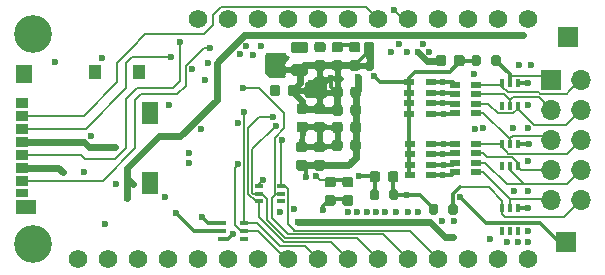
<source format=gbl>
G04 #@! TF.GenerationSoftware,KiCad,Pcbnew,(5.1.9)-1*
G04 #@! TF.CreationDate,2021-04-27T18:11:47+02:00*
G04 #@! TF.ProjectId,ADS1299Wing,41445331-3239-4395-9769-6e672e6b6963,rev?*
G04 #@! TF.SameCoordinates,Original*
G04 #@! TF.FileFunction,Copper,L4,Bot*
G04 #@! TF.FilePolarity,Positive*
%FSLAX46Y46*%
G04 Gerber Fmt 4.6, Leading zero omitted, Abs format (unit mm)*
G04 Created by KiCad (PCBNEW (5.1.9)-1) date 2021-04-27 18:11:47*
%MOMM*%
%LPD*%
G01*
G04 APERTURE LIST*
G04 #@! TA.AperFunction,SMDPad,CuDef*
%ADD10R,1.350000X1.550000*%
G04 #@! TD*
G04 #@! TA.AperFunction,SMDPad,CuDef*
%ADD11R,1.000000X1.200000*%
G04 #@! TD*
G04 #@! TA.AperFunction,SMDPad,CuDef*
%ADD12R,1.350000X1.900000*%
G04 #@! TD*
G04 #@! TA.AperFunction,SMDPad,CuDef*
%ADD13R,1.800000X1.170000*%
G04 #@! TD*
G04 #@! TA.AperFunction,SMDPad,CuDef*
%ADD14R,1.100000X0.750000*%
G04 #@! TD*
G04 #@! TA.AperFunction,SMDPad,CuDef*
%ADD15R,1.100000X0.850000*%
G04 #@! TD*
G04 #@! TA.AperFunction,ComponentPad*
%ADD16R,1.700000X1.700000*%
G04 #@! TD*
G04 #@! TA.AperFunction,ComponentPad*
%ADD17O,1.700000X1.700000*%
G04 #@! TD*
G04 #@! TA.AperFunction,SMDPad,CuDef*
%ADD18R,0.888000X0.509600*%
G04 #@! TD*
G04 #@! TA.AperFunction,SMDPad,CuDef*
%ADD19R,0.400000X0.650000*%
G04 #@! TD*
G04 #@! TA.AperFunction,SMDPad,CuDef*
%ADD20R,0.970000X0.530000*%
G04 #@! TD*
G04 #@! TA.AperFunction,SMDPad,CuDef*
%ADD21R,0.650000X0.400000*%
G04 #@! TD*
G04 #@! TA.AperFunction,ComponentPad*
%ADD22C,3.200000*%
G04 #@! TD*
G04 #@! TA.AperFunction,ComponentPad*
%ADD23C,1.574800*%
G04 #@! TD*
G04 #@! TA.AperFunction,ViaPad*
%ADD24C,0.600000*%
G04 #@! TD*
G04 #@! TA.AperFunction,Conductor*
%ADD25C,0.600000*%
G04 #@! TD*
G04 #@! TA.AperFunction,Conductor*
%ADD26C,0.300000*%
G04 #@! TD*
G04 #@! TA.AperFunction,Conductor*
%ADD27C,0.152400*%
G04 #@! TD*
G04 #@! TA.AperFunction,Conductor*
%ADD28C,0.150000*%
G04 #@! TD*
G04 #@! TA.AperFunction,Conductor*
%ADD29C,0.254000*%
G04 #@! TD*
G04 #@! TA.AperFunction,Conductor*
%ADD30C,0.100000*%
G04 #@! TD*
G04 APERTURE END LIST*
D10*
X124835000Y-99464000D03*
D11*
X130860000Y-99289000D03*
X134560000Y-99289000D03*
D12*
X135535000Y-102789000D03*
X135535000Y-108759000D03*
D13*
X125060000Y-110784000D03*
D14*
X124710000Y-109574000D03*
D15*
X124710000Y-108524000D03*
X124710000Y-107424000D03*
X124710000Y-106324000D03*
X124710000Y-105224000D03*
X124710000Y-104124000D03*
X124710000Y-103024000D03*
X124710000Y-101924000D03*
D16*
X170942000Y-96316800D03*
X170738800Y-113741200D03*
G04 #@! TA.AperFunction,SMDPad,CuDef*
G36*
G01*
X162159400Y-98098800D02*
X162159400Y-98598800D01*
G75*
G02*
X161934400Y-98823800I-225000J0D01*
G01*
X161484400Y-98823800D01*
G75*
G02*
X161259400Y-98598800I0J225000D01*
G01*
X161259400Y-98098800D01*
G75*
G02*
X161484400Y-97873800I225000J0D01*
G01*
X161934400Y-97873800D01*
G75*
G02*
X162159400Y-98098800I0J-225000D01*
G01*
G37*
G04 #@! TD.AperFunction*
G04 #@! TA.AperFunction,SMDPad,CuDef*
G36*
G01*
X160609400Y-98098800D02*
X160609400Y-98598800D01*
G75*
G02*
X160384400Y-98823800I-225000J0D01*
G01*
X159934400Y-98823800D01*
G75*
G02*
X159709400Y-98598800I0J225000D01*
G01*
X159709400Y-98098800D01*
G75*
G02*
X159934400Y-97873800I225000J0D01*
G01*
X160384400Y-97873800D01*
G75*
G02*
X160609400Y-98098800I0J-225000D01*
G01*
G37*
G04 #@! TD.AperFunction*
G04 #@! TA.AperFunction,SMDPad,CuDef*
G36*
G01*
X145637800Y-101138800D02*
X145637800Y-100638800D01*
G75*
G02*
X145862800Y-100413800I225000J0D01*
G01*
X146312800Y-100413800D01*
G75*
G02*
X146537800Y-100638800I0J-225000D01*
G01*
X146537800Y-101138800D01*
G75*
G02*
X146312800Y-101363800I-225000J0D01*
G01*
X145862800Y-101363800D01*
G75*
G02*
X145637800Y-101138800I0J225000D01*
G01*
G37*
G04 #@! TD.AperFunction*
G04 #@! TA.AperFunction,SMDPad,CuDef*
G36*
G01*
X147187800Y-101138800D02*
X147187800Y-100638800D01*
G75*
G02*
X147412800Y-100413800I225000J0D01*
G01*
X147862800Y-100413800D01*
G75*
G02*
X148087800Y-100638800I0J-225000D01*
G01*
X148087800Y-101138800D01*
G75*
G02*
X147862800Y-101363800I-225000J0D01*
G01*
X147412800Y-101363800D01*
G75*
G02*
X147187800Y-101138800I0J225000D01*
G01*
G37*
G04 #@! TD.AperFunction*
G04 #@! TA.AperFunction,SMDPad,CuDef*
G36*
G01*
X150524400Y-109748200D02*
X151024400Y-109748200D01*
G75*
G02*
X151249400Y-109973200I0J-225000D01*
G01*
X151249400Y-110423200D01*
G75*
G02*
X151024400Y-110648200I-225000J0D01*
G01*
X150524400Y-110648200D01*
G75*
G02*
X150299400Y-110423200I0J225000D01*
G01*
X150299400Y-109973200D01*
G75*
G02*
X150524400Y-109748200I225000J0D01*
G01*
G37*
G04 #@! TD.AperFunction*
G04 #@! TA.AperFunction,SMDPad,CuDef*
G36*
G01*
X150524400Y-108198200D02*
X151024400Y-108198200D01*
G75*
G02*
X151249400Y-108423200I0J-225000D01*
G01*
X151249400Y-108873200D01*
G75*
G02*
X151024400Y-109098200I-225000J0D01*
G01*
X150524400Y-109098200D01*
G75*
G02*
X150299400Y-108873200I0J225000D01*
G01*
X150299400Y-108423200D01*
G75*
G02*
X150524400Y-108198200I225000J0D01*
G01*
G37*
G04 #@! TD.AperFunction*
D17*
X172021500Y-110123600D03*
X169481500Y-110123600D03*
X172021500Y-107583600D03*
X169481500Y-107583600D03*
X172021500Y-105043600D03*
X169481500Y-105043600D03*
X172021500Y-102503600D03*
X169481500Y-102503600D03*
X172021500Y-99963600D03*
D16*
X169481500Y-99963600D03*
G04 #@! TA.AperFunction,SMDPad,CuDef*
G36*
G01*
X163557400Y-98073800D02*
X163557400Y-98623800D01*
G75*
G02*
X163357400Y-98823800I-200000J0D01*
G01*
X162957400Y-98823800D01*
G75*
G02*
X162757400Y-98623800I0J200000D01*
G01*
X162757400Y-98073800D01*
G75*
G02*
X162957400Y-97873800I200000J0D01*
G01*
X163357400Y-97873800D01*
G75*
G02*
X163557400Y-98073800I0J-200000D01*
G01*
G37*
G04 #@! TD.AperFunction*
G04 #@! TA.AperFunction,SMDPad,CuDef*
G36*
G01*
X165207400Y-98073800D02*
X165207400Y-98623800D01*
G75*
G02*
X165007400Y-98823800I-200000J0D01*
G01*
X164607400Y-98823800D01*
G75*
G02*
X164407400Y-98623800I0J200000D01*
G01*
X164407400Y-98073800D01*
G75*
G02*
X164607400Y-97873800I200000J0D01*
G01*
X165007400Y-97873800D01*
G75*
G02*
X165207400Y-98073800I0J-200000D01*
G01*
G37*
G04 #@! TD.AperFunction*
G04 #@! TA.AperFunction,SMDPad,CuDef*
G36*
G01*
X159912500Y-110659500D02*
X159912500Y-111209500D01*
G75*
G02*
X159712500Y-111409500I-200000J0D01*
G01*
X159312500Y-111409500D01*
G75*
G02*
X159112500Y-111209500I0J200000D01*
G01*
X159112500Y-110659500D01*
G75*
G02*
X159312500Y-110459500I200000J0D01*
G01*
X159712500Y-110459500D01*
G75*
G02*
X159912500Y-110659500I0J-200000D01*
G01*
G37*
G04 #@! TD.AperFunction*
G04 #@! TA.AperFunction,SMDPad,CuDef*
G36*
G01*
X161562500Y-110659500D02*
X161562500Y-111209500D01*
G75*
G02*
X161362500Y-111409500I-200000J0D01*
G01*
X160962500Y-111409500D01*
G75*
G02*
X160762500Y-111209500I0J200000D01*
G01*
X160762500Y-110659500D01*
G75*
G02*
X160962500Y-110459500I200000J0D01*
G01*
X161362500Y-110459500D01*
G75*
G02*
X161562500Y-110659500I0J-200000D01*
G01*
G37*
G04 #@! TD.AperFunction*
G04 #@! TA.AperFunction,SMDPad,CuDef*
G36*
G01*
X152607200Y-96768200D02*
X153107200Y-96768200D01*
G75*
G02*
X153332200Y-96993200I0J-225000D01*
G01*
X153332200Y-97443200D01*
G75*
G02*
X153107200Y-97668200I-225000J0D01*
G01*
X152607200Y-97668200D01*
G75*
G02*
X152382200Y-97443200I0J225000D01*
G01*
X152382200Y-96993200D01*
G75*
G02*
X152607200Y-96768200I225000J0D01*
G01*
G37*
G04 #@! TD.AperFunction*
G04 #@! TA.AperFunction,SMDPad,CuDef*
G36*
G01*
X152607200Y-98318200D02*
X153107200Y-98318200D01*
G75*
G02*
X153332200Y-98543200I0J-225000D01*
G01*
X153332200Y-98993200D01*
G75*
G02*
X153107200Y-99218200I-225000J0D01*
G01*
X152607200Y-99218200D01*
G75*
G02*
X152382200Y-98993200I0J225000D01*
G01*
X152382200Y-98543200D01*
G75*
G02*
X152607200Y-98318200I225000J0D01*
G01*
G37*
G04 #@! TD.AperFunction*
G04 #@! TA.AperFunction,SMDPad,CuDef*
G36*
G01*
X150122700Y-106113700D02*
X149622700Y-106113700D01*
G75*
G02*
X149397700Y-105888700I0J225000D01*
G01*
X149397700Y-105438700D01*
G75*
G02*
X149622700Y-105213700I225000J0D01*
G01*
X150122700Y-105213700D01*
G75*
G02*
X150347700Y-105438700I0J-225000D01*
G01*
X150347700Y-105888700D01*
G75*
G02*
X150122700Y-106113700I-225000J0D01*
G01*
G37*
G04 #@! TD.AperFunction*
G04 #@! TA.AperFunction,SMDPad,CuDef*
G36*
G01*
X150122700Y-107663700D02*
X149622700Y-107663700D01*
G75*
G02*
X149397700Y-107438700I0J225000D01*
G01*
X149397700Y-106988700D01*
G75*
G02*
X149622700Y-106763700I225000J0D01*
G01*
X150122700Y-106763700D01*
G75*
G02*
X150347700Y-106988700I0J-225000D01*
G01*
X150347700Y-107438700D01*
G75*
G02*
X150122700Y-107663700I-225000J0D01*
G01*
G37*
G04 #@! TD.AperFunction*
D18*
X159340199Y-105410000D03*
X159340199Y-106299000D03*
X159340199Y-107188000D03*
X159340199Y-108077000D03*
X157524801Y-108077000D03*
X157524801Y-107188000D03*
X157524801Y-106299000D03*
X157524801Y-105410000D03*
D19*
X165339000Y-107312500D03*
X166639000Y-107312500D03*
X165989000Y-105412500D03*
X165989000Y-107312500D03*
X166639000Y-105412500D03*
X165339000Y-105412500D03*
D18*
X157461301Y-100203000D03*
X157461301Y-101092000D03*
X157461301Y-101981000D03*
X157461301Y-102870000D03*
X159276699Y-102870000D03*
X159276699Y-101981000D03*
X159276699Y-101092000D03*
X159276699Y-100203000D03*
G04 #@! TA.AperFunction,SMDPad,CuDef*
G36*
G01*
X151134000Y-96768200D02*
X151634000Y-96768200D01*
G75*
G02*
X151859000Y-96993200I0J-225000D01*
G01*
X151859000Y-97443200D01*
G75*
G02*
X151634000Y-97668200I-225000J0D01*
G01*
X151134000Y-97668200D01*
G75*
G02*
X150909000Y-97443200I0J225000D01*
G01*
X150909000Y-96993200D01*
G75*
G02*
X151134000Y-96768200I225000J0D01*
G01*
G37*
G04 #@! TD.AperFunction*
G04 #@! TA.AperFunction,SMDPad,CuDef*
G36*
G01*
X151134000Y-98318200D02*
X151634000Y-98318200D01*
G75*
G02*
X151859000Y-98543200I0J-225000D01*
G01*
X151859000Y-98993200D01*
G75*
G02*
X151634000Y-99218200I-225000J0D01*
G01*
X151134000Y-99218200D01*
G75*
G02*
X150909000Y-98993200I0J225000D01*
G01*
X150909000Y-98543200D01*
G75*
G02*
X151134000Y-98318200I225000J0D01*
G01*
G37*
G04 #@! TD.AperFunction*
G04 #@! TA.AperFunction,SMDPad,CuDef*
G36*
G01*
X152023000Y-109748200D02*
X152523000Y-109748200D01*
G75*
G02*
X152748000Y-109973200I0J-225000D01*
G01*
X152748000Y-110423200D01*
G75*
G02*
X152523000Y-110648200I-225000J0D01*
G01*
X152023000Y-110648200D01*
G75*
G02*
X151798000Y-110423200I0J225000D01*
G01*
X151798000Y-109973200D01*
G75*
G02*
X152023000Y-109748200I225000J0D01*
G01*
G37*
G04 #@! TD.AperFunction*
G04 #@! TA.AperFunction,SMDPad,CuDef*
G36*
G01*
X152023000Y-108198200D02*
X152523000Y-108198200D01*
G75*
G02*
X152748000Y-108423200I0J-225000D01*
G01*
X152748000Y-108873200D01*
G75*
G02*
X152523000Y-109098200I-225000J0D01*
G01*
X152023000Y-109098200D01*
G75*
G02*
X151798000Y-108873200I0J225000D01*
G01*
X151798000Y-108423200D01*
G75*
G02*
X152023000Y-108198200I225000J0D01*
G01*
G37*
G04 #@! TD.AperFunction*
G04 #@! TA.AperFunction,SMDPad,CuDef*
G36*
G01*
X147708600Y-96746400D02*
X148658600Y-96746400D01*
G75*
G02*
X148908600Y-96996400I0J-250000D01*
G01*
X148908600Y-97496400D01*
G75*
G02*
X148658600Y-97746400I-250000J0D01*
G01*
X147708600Y-97746400D01*
G75*
G02*
X147458600Y-97496400I0J250000D01*
G01*
X147458600Y-96996400D01*
G75*
G02*
X147708600Y-96746400I250000J0D01*
G01*
G37*
G04 #@! TD.AperFunction*
G04 #@! TA.AperFunction,SMDPad,CuDef*
G36*
G01*
X147708600Y-98646400D02*
X148658600Y-98646400D01*
G75*
G02*
X148908600Y-98896400I0J-250000D01*
G01*
X148908600Y-99396400D01*
G75*
G02*
X148658600Y-99646400I-250000J0D01*
G01*
X147708600Y-99646400D01*
G75*
G02*
X147458600Y-99396400I0J250000D01*
G01*
X147458600Y-98896400D01*
G75*
G02*
X147708600Y-98646400I250000J0D01*
G01*
G37*
G04 #@! TD.AperFunction*
G04 #@! TA.AperFunction,SMDPad,CuDef*
G36*
G01*
X149660800Y-98318200D02*
X150160800Y-98318200D01*
G75*
G02*
X150385800Y-98543200I0J-225000D01*
G01*
X150385800Y-98993200D01*
G75*
G02*
X150160800Y-99218200I-225000J0D01*
G01*
X149660800Y-99218200D01*
G75*
G02*
X149435800Y-98993200I0J225000D01*
G01*
X149435800Y-98543200D01*
G75*
G02*
X149660800Y-98318200I225000J0D01*
G01*
G37*
G04 #@! TD.AperFunction*
G04 #@! TA.AperFunction,SMDPad,CuDef*
G36*
G01*
X149660800Y-96768200D02*
X150160800Y-96768200D01*
G75*
G02*
X150385800Y-96993200I0J-225000D01*
G01*
X150385800Y-97443200D01*
G75*
G02*
X150160800Y-97668200I-225000J0D01*
G01*
X149660800Y-97668200D01*
G75*
G02*
X149435800Y-97443200I0J225000D01*
G01*
X149435800Y-96993200D01*
G75*
G02*
X149660800Y-96768200I225000J0D01*
G01*
G37*
G04 #@! TD.AperFunction*
G04 #@! TA.AperFunction,SMDPad,CuDef*
G36*
G01*
X148162200Y-101975200D02*
X148662200Y-101975200D01*
G75*
G02*
X148887200Y-102200200I0J-225000D01*
G01*
X148887200Y-102650200D01*
G75*
G02*
X148662200Y-102875200I-225000J0D01*
G01*
X148162200Y-102875200D01*
G75*
G02*
X147937200Y-102650200I0J225000D01*
G01*
X147937200Y-102200200D01*
G75*
G02*
X148162200Y-101975200I225000J0D01*
G01*
G37*
G04 #@! TD.AperFunction*
G04 #@! TA.AperFunction,SMDPad,CuDef*
G36*
G01*
X148162200Y-103525200D02*
X148662200Y-103525200D01*
G75*
G02*
X148887200Y-103750200I0J-225000D01*
G01*
X148887200Y-104200200D01*
G75*
G02*
X148662200Y-104425200I-225000J0D01*
G01*
X148162200Y-104425200D01*
G75*
G02*
X147937200Y-104200200I0J225000D01*
G01*
X147937200Y-103750200D01*
G75*
G02*
X148162200Y-103525200I225000J0D01*
G01*
G37*
G04 #@! TD.AperFunction*
G04 #@! TA.AperFunction,SMDPad,CuDef*
G36*
G01*
X149622700Y-103525200D02*
X150122700Y-103525200D01*
G75*
G02*
X150347700Y-103750200I0J-225000D01*
G01*
X150347700Y-104200200D01*
G75*
G02*
X150122700Y-104425200I-225000J0D01*
G01*
X149622700Y-104425200D01*
G75*
G02*
X149397700Y-104200200I0J225000D01*
G01*
X149397700Y-103750200D01*
G75*
G02*
X149622700Y-103525200I225000J0D01*
G01*
G37*
G04 #@! TD.AperFunction*
G04 #@! TA.AperFunction,SMDPad,CuDef*
G36*
G01*
X149622700Y-101975200D02*
X150122700Y-101975200D01*
G75*
G02*
X150347700Y-102200200I0J-225000D01*
G01*
X150347700Y-102650200D01*
G75*
G02*
X150122700Y-102875200I-225000J0D01*
G01*
X149622700Y-102875200D01*
G75*
G02*
X149397700Y-102650200I0J225000D01*
G01*
X149397700Y-102200200D01*
G75*
G02*
X149622700Y-101975200I225000J0D01*
G01*
G37*
G04 #@! TD.AperFunction*
G04 #@! TA.AperFunction,SMDPad,CuDef*
G36*
G01*
X151833700Y-103763000D02*
X151833700Y-104263000D01*
G75*
G02*
X151608700Y-104488000I-225000J0D01*
G01*
X151158700Y-104488000D01*
G75*
G02*
X150933700Y-104263000I0J225000D01*
G01*
X150933700Y-103763000D01*
G75*
G02*
X151158700Y-103538000I225000J0D01*
G01*
X151608700Y-103538000D01*
G75*
G02*
X151833700Y-103763000I0J-225000D01*
G01*
G37*
G04 #@! TD.AperFunction*
G04 #@! TA.AperFunction,SMDPad,CuDef*
G36*
G01*
X153383700Y-103763000D02*
X153383700Y-104263000D01*
G75*
G02*
X153158700Y-104488000I-225000J0D01*
G01*
X152708700Y-104488000D01*
G75*
G02*
X152483700Y-104263000I0J225000D01*
G01*
X152483700Y-103763000D01*
G75*
G02*
X152708700Y-103538000I225000J0D01*
G01*
X153158700Y-103538000D01*
G75*
G02*
X153383700Y-103763000I0J-225000D01*
G01*
G37*
G04 #@! TD.AperFunction*
G04 #@! TA.AperFunction,SMDPad,CuDef*
G36*
G01*
X153371000Y-105287000D02*
X153371000Y-105787000D01*
G75*
G02*
X153146000Y-106012000I-225000J0D01*
G01*
X152696000Y-106012000D01*
G75*
G02*
X152471000Y-105787000I0J225000D01*
G01*
X152471000Y-105287000D01*
G75*
G02*
X152696000Y-105062000I225000J0D01*
G01*
X153146000Y-105062000D01*
G75*
G02*
X153371000Y-105287000I0J-225000D01*
G01*
G37*
G04 #@! TD.AperFunction*
G04 #@! TA.AperFunction,SMDPad,CuDef*
G36*
G01*
X151821000Y-105287000D02*
X151821000Y-105787000D01*
G75*
G02*
X151596000Y-106012000I-225000J0D01*
G01*
X151146000Y-106012000D01*
G75*
G02*
X150921000Y-105787000I0J225000D01*
G01*
X150921000Y-105287000D01*
G75*
G02*
X151146000Y-105062000I225000J0D01*
G01*
X151596000Y-105062000D01*
G75*
G02*
X151821000Y-105287000I0J-225000D01*
G01*
G37*
G04 #@! TD.AperFunction*
G04 #@! TA.AperFunction,SMDPad,CuDef*
G36*
G01*
X153383700Y-102302500D02*
X153383700Y-102802500D01*
G75*
G02*
X153158700Y-103027500I-225000J0D01*
G01*
X152708700Y-103027500D01*
G75*
G02*
X152483700Y-102802500I0J225000D01*
G01*
X152483700Y-102302500D01*
G75*
G02*
X152708700Y-102077500I225000J0D01*
G01*
X153158700Y-102077500D01*
G75*
G02*
X153383700Y-102302500I0J-225000D01*
G01*
G37*
G04 #@! TD.AperFunction*
G04 #@! TA.AperFunction,SMDPad,CuDef*
G36*
G01*
X151833700Y-102302500D02*
X151833700Y-102802500D01*
G75*
G02*
X151608700Y-103027500I-225000J0D01*
G01*
X151158700Y-103027500D01*
G75*
G02*
X150933700Y-102802500I0J225000D01*
G01*
X150933700Y-102302500D01*
G75*
G02*
X151158700Y-102077500I225000J0D01*
G01*
X151608700Y-102077500D01*
G75*
G02*
X151833700Y-102302500I0J-225000D01*
G01*
G37*
G04 #@! TD.AperFunction*
G04 #@! TA.AperFunction,SMDPad,CuDef*
G36*
G01*
X151833700Y-100778500D02*
X151833700Y-101278500D01*
G75*
G02*
X151608700Y-101503500I-225000J0D01*
G01*
X151158700Y-101503500D01*
G75*
G02*
X150933700Y-101278500I0J225000D01*
G01*
X150933700Y-100778500D01*
G75*
G02*
X151158700Y-100553500I225000J0D01*
G01*
X151608700Y-100553500D01*
G75*
G02*
X151833700Y-100778500I0J-225000D01*
G01*
G37*
G04 #@! TD.AperFunction*
G04 #@! TA.AperFunction,SMDPad,CuDef*
G36*
G01*
X153383700Y-100778500D02*
X153383700Y-101278500D01*
G75*
G02*
X153158700Y-101503500I-225000J0D01*
G01*
X152708700Y-101503500D01*
G75*
G02*
X152483700Y-101278500I0J225000D01*
G01*
X152483700Y-100778500D01*
G75*
G02*
X152708700Y-100553500I225000J0D01*
G01*
X153158700Y-100553500D01*
G75*
G02*
X153383700Y-100778500I0J-225000D01*
G01*
G37*
G04 #@! TD.AperFunction*
G04 #@! TA.AperFunction,SMDPad,CuDef*
G36*
G01*
X148598700Y-107663700D02*
X148098700Y-107663700D01*
G75*
G02*
X147873700Y-107438700I0J225000D01*
G01*
X147873700Y-106988700D01*
G75*
G02*
X148098700Y-106763700I225000J0D01*
G01*
X148598700Y-106763700D01*
G75*
G02*
X148823700Y-106988700I0J-225000D01*
G01*
X148823700Y-107438700D01*
G75*
G02*
X148598700Y-107663700I-225000J0D01*
G01*
G37*
G04 #@! TD.AperFunction*
G04 #@! TA.AperFunction,SMDPad,CuDef*
G36*
G01*
X148598700Y-106113700D02*
X148098700Y-106113700D01*
G75*
G02*
X147873700Y-105888700I0J225000D01*
G01*
X147873700Y-105438700D01*
G75*
G02*
X148098700Y-105213700I225000J0D01*
G01*
X148598700Y-105213700D01*
G75*
G02*
X148823700Y-105438700I0J-225000D01*
G01*
X148823700Y-105888700D01*
G75*
G02*
X148598700Y-106113700I-225000J0D01*
G01*
G37*
G04 #@! TD.AperFunction*
G04 #@! TA.AperFunction,SMDPad,CuDef*
G36*
G01*
X155008700Y-107941300D02*
X155008700Y-108441300D01*
G75*
G02*
X154783700Y-108666300I-225000J0D01*
G01*
X154333700Y-108666300D01*
G75*
G02*
X154108700Y-108441300I0J225000D01*
G01*
X154108700Y-107941300D01*
G75*
G02*
X154333700Y-107716300I225000J0D01*
G01*
X154783700Y-107716300D01*
G75*
G02*
X155008700Y-107941300I0J-225000D01*
G01*
G37*
G04 #@! TD.AperFunction*
G04 #@! TA.AperFunction,SMDPad,CuDef*
G36*
G01*
X156558700Y-107941300D02*
X156558700Y-108441300D01*
G75*
G02*
X156333700Y-108666300I-225000J0D01*
G01*
X155883700Y-108666300D01*
G75*
G02*
X155658700Y-108441300I0J225000D01*
G01*
X155658700Y-107941300D01*
G75*
G02*
X155883700Y-107716300I225000J0D01*
G01*
X156333700Y-107716300D01*
G75*
G02*
X156558700Y-107941300I0J-225000D01*
G01*
G37*
G04 #@! TD.AperFunction*
D20*
X161367500Y-100400000D03*
X161367500Y-101200000D03*
X161367500Y-102000000D03*
X161367500Y-102800000D03*
X163117500Y-102800000D03*
X163117500Y-102000000D03*
X163117500Y-101200000D03*
X163117500Y-100400000D03*
X163117500Y-105416500D03*
X163117500Y-106216500D03*
X163117500Y-107016500D03*
X163117500Y-107816500D03*
X161367500Y-107816500D03*
X161367500Y-107016500D03*
X161367500Y-106216500D03*
X161367500Y-105416500D03*
G04 #@! TA.AperFunction,SMDPad,CuDef*
G36*
G01*
X155758700Y-109990300D02*
X155758700Y-109440300D01*
G75*
G02*
X155958700Y-109240300I200000J0D01*
G01*
X156358700Y-109240300D01*
G75*
G02*
X156558700Y-109440300I0J-200000D01*
G01*
X156558700Y-109990300D01*
G75*
G02*
X156358700Y-110190300I-200000J0D01*
G01*
X155958700Y-110190300D01*
G75*
G02*
X155758700Y-109990300I0J200000D01*
G01*
G37*
G04 #@! TD.AperFunction*
G04 #@! TA.AperFunction,SMDPad,CuDef*
G36*
G01*
X154108700Y-109990300D02*
X154108700Y-109440300D01*
G75*
G02*
X154308700Y-109240300I200000J0D01*
G01*
X154708700Y-109240300D01*
G75*
G02*
X154908700Y-109440300I0J-200000D01*
G01*
X154908700Y-109990300D01*
G75*
G02*
X154708700Y-110190300I-200000J0D01*
G01*
X154308700Y-110190300D01*
G75*
G02*
X154108700Y-109990300I0J200000D01*
G01*
G37*
G04 #@! TD.AperFunction*
D21*
X141594800Y-113426000D03*
X141594800Y-112126000D03*
X143494800Y-112776000D03*
X141594800Y-112776000D03*
X143494800Y-112126000D03*
X143494800Y-113426000D03*
X146644400Y-110276400D03*
X146644400Y-108976400D03*
X144744400Y-109626400D03*
X146644400Y-109626400D03*
X144744400Y-108976400D03*
X144744400Y-110276400D03*
D19*
X165339000Y-102169000D03*
X166639000Y-102169000D03*
X165989000Y-100269000D03*
X165989000Y-102169000D03*
X166639000Y-100269000D03*
X165339000Y-100269000D03*
X165339000Y-110873500D03*
X166639000Y-110873500D03*
X165989000Y-112773500D03*
X165989000Y-110873500D03*
X166639000Y-112773500D03*
X165339000Y-112773500D03*
D22*
X125641100Y-96113600D03*
X125641100Y-113893600D03*
D23*
X129451100Y-115163600D03*
X131991100Y-115163600D03*
X134531100Y-115163600D03*
X137071100Y-115163600D03*
X139611100Y-115163600D03*
X142151100Y-115163600D03*
X144691100Y-115163600D03*
X147231100Y-115163600D03*
X149771100Y-115163600D03*
X152311100Y-115163600D03*
X154851100Y-115163600D03*
X157391100Y-115163600D03*
X159931100Y-115163600D03*
X162471100Y-115163600D03*
X165011100Y-115163600D03*
X167551100Y-115163600D03*
X167551100Y-94843600D03*
X165011100Y-94843600D03*
X162471100Y-94843600D03*
X159931100Y-94843600D03*
X157391100Y-94843600D03*
X154851100Y-94843600D03*
X152311100Y-94843600D03*
X149771100Y-94843600D03*
X147231100Y-94843600D03*
X144691100Y-94843600D03*
X142151100Y-94843600D03*
X139611100Y-94843600D03*
D24*
X161290000Y-111963200D03*
X160274000Y-111912400D03*
X143154400Y-97790000D03*
X144272000Y-97840800D03*
X143662400Y-97129600D03*
X144932400Y-97129600D03*
X166319200Y-109372400D03*
X166217600Y-104038400D03*
X167741600Y-98704400D03*
X167487600Y-102108000D03*
X167487600Y-104089200D03*
X167487600Y-106883200D03*
X167487600Y-109423200D03*
X165760400Y-113741200D03*
X166674800Y-113741200D03*
X167487600Y-113741200D03*
X167487600Y-112776000D03*
X157276800Y-97586800D03*
X155905200Y-97586800D03*
X159156400Y-97586800D03*
X156565600Y-96977200D03*
X158648400Y-96926400D03*
X157327600Y-111201200D03*
X156362400Y-111201200D03*
X153060400Y-111201200D03*
X153873200Y-111201200D03*
X154686000Y-111201200D03*
X164287200Y-113436400D03*
X166725600Y-98704400D03*
X152298400Y-111201200D03*
X155448000Y-111201200D03*
X158242000Y-97586800D03*
X151333200Y-104038400D03*
X151384000Y-105562400D03*
X149860000Y-105613200D03*
X149860000Y-103987600D03*
X148386800Y-103987600D03*
X148336000Y-105664000D03*
X158242000Y-111201200D03*
X167487600Y-110845600D03*
X167538400Y-100279200D03*
X167640000Y-105410000D03*
X146100800Y-100838000D03*
X143357600Y-100634800D03*
X143510000Y-102666800D03*
X145897600Y-103124000D03*
X138785600Y-106984800D03*
X138785600Y-106172000D03*
X147719401Y-110896400D03*
X131724400Y-112217200D03*
X129946400Y-107746800D03*
X130505200Y-104698800D03*
X137160000Y-102108000D03*
X142969800Y-103632000D03*
X136804400Y-109931200D03*
X142541516Y-113040180D03*
X140157200Y-99974400D03*
X139801600Y-104140000D03*
X145084800Y-108458000D03*
X139903200Y-111607600D03*
X146558000Y-111150400D03*
X131465500Y-98173500D03*
X127508000Y-98475500D03*
X128143000Y-107823000D03*
X126855000Y-107424000D03*
X140399000Y-98552152D03*
X139065000Y-99060000D03*
X146659600Y-105105200D03*
X142966200Y-107137200D03*
X132651500Y-108775500D03*
X148031200Y-112014000D03*
X161188400Y-113284000D03*
X137725801Y-111244999D03*
X132588000Y-105664000D03*
X153212800Y-108102400D03*
X149849595Y-97066433D03*
X148196934Y-97033598D03*
X149566400Y-108153200D03*
X133604000Y-109982000D03*
X166166800Y-96164400D03*
X167081200Y-96164400D03*
X134112000Y-108839000D03*
X163017200Y-104140000D03*
X149148800Y-101092000D03*
X149148800Y-100228400D03*
X150215600Y-100228400D03*
X150266400Y-101092000D03*
X150876000Y-99822000D03*
X150146802Y-110998000D03*
X162966400Y-99517200D03*
X163677600Y-104038400D03*
X145796000Y-98145600D03*
X154076400Y-97033598D03*
X151425174Y-97043392D03*
X152603200Y-106934000D03*
X153168800Y-99713600D03*
X148742400Y-108204000D03*
X161798000Y-109880400D03*
X154482800Y-99669600D03*
X160350200Y-100203000D03*
X160324800Y-101092000D03*
X160350200Y-101981000D03*
X160426400Y-102870000D03*
X160375600Y-105410000D03*
X160350200Y-106299000D03*
X160375600Y-107188000D03*
X160350200Y-108077000D03*
X157264100Y-109715300D03*
X140589000Y-97282000D03*
X146151600Y-103886000D03*
X137287000Y-98044000D03*
X156210000Y-94107000D03*
X138049000Y-96753400D03*
D25*
X159004000Y-98348800D02*
X158242000Y-97586800D01*
X160159400Y-98348800D02*
X159004000Y-98348800D01*
D26*
X151345900Y-104025700D02*
X151333200Y-104038400D01*
X151383700Y-104025700D02*
X151345900Y-104025700D01*
X151383700Y-105562100D02*
X151384000Y-105562400D01*
X151383700Y-105549700D02*
X151383700Y-105562100D01*
X149872700Y-105625900D02*
X149860000Y-105613200D01*
X149872700Y-105663700D02*
X149872700Y-105625900D01*
X149872400Y-103975200D02*
X149860000Y-103987600D01*
X149872700Y-103975200D02*
X149872400Y-103975200D01*
X148399200Y-103975200D02*
X148386800Y-103987600D01*
X148412200Y-103975200D02*
X148399200Y-103975200D01*
X148336300Y-105663700D02*
X148336000Y-105664000D01*
X148348700Y-105663700D02*
X148336300Y-105663700D01*
X167528200Y-100269000D02*
X167538400Y-100279200D01*
X166639000Y-100269000D02*
X167528200Y-100269000D01*
X167459700Y-110873500D02*
X167487600Y-110845600D01*
X166639000Y-110873500D02*
X167459700Y-110873500D01*
X167637500Y-105412500D02*
X167640000Y-105410000D01*
X166639000Y-105412500D02*
X167637500Y-105412500D01*
D27*
X144185402Y-100634800D02*
X143357600Y-100634800D01*
X145846800Y-109946600D02*
X146167000Y-109626400D01*
X145846800Y-111709200D02*
X145846800Y-109946600D01*
X147181980Y-113044380D02*
X145846800Y-111709200D01*
X155271880Y-113044380D02*
X147181980Y-113044380D01*
X146167000Y-109626400D02*
X146644400Y-109626400D01*
X157391100Y-115163600D02*
X155271880Y-113044380D01*
X144717298Y-100634800D02*
X143357600Y-100634800D01*
X146893270Y-102810772D02*
X144717298Y-100634800D01*
X146893270Y-104089200D02*
X146893270Y-102810772D01*
X146090799Y-104891671D02*
X146893270Y-104089200D01*
X146090799Y-109550199D02*
X146090799Y-104891671D01*
X146167000Y-109626400D02*
X146090799Y-109550199D01*
X143494800Y-102682000D02*
X143510000Y-102666800D01*
X148653500Y-114046000D02*
X146537778Y-114046000D01*
X149771100Y-115163600D02*
X148653500Y-114046000D01*
X144617778Y-112126000D02*
X143494800Y-112126000D01*
X146537778Y-114046000D02*
X144617778Y-112126000D01*
X143498401Y-112122399D02*
X143498401Y-102678399D01*
X143498401Y-102678399D02*
X143510000Y-102666800D01*
X143494800Y-112126000D02*
X143498401Y-112122399D01*
X144729200Y-103124000D02*
X145897600Y-103124000D01*
X143814800Y-104038400D02*
X144729200Y-103124000D01*
X143814800Y-109626802D02*
X143814800Y-104038400D01*
X144464398Y-110276400D02*
X143814800Y-109626802D01*
X144744400Y-110276400D02*
X144464398Y-110276400D01*
X152311100Y-115163600D02*
X150837900Y-113690400D01*
X150837900Y-113690400D02*
X146862800Y-113690400D01*
X144744400Y-111572000D02*
X144744400Y-110276400D01*
X146862800Y-113690400D02*
X144744400Y-111572000D01*
X144744400Y-108976400D02*
X144739600Y-108976400D01*
D26*
X142155696Y-113426000D02*
X142541516Y-113040180D01*
X141594800Y-113426000D02*
X142155696Y-113426000D01*
D27*
X144744400Y-108798400D02*
X145084800Y-108458000D01*
X144744400Y-108976400D02*
X144744400Y-108798400D01*
D26*
X140421600Y-112126000D02*
X139903200Y-111607600D01*
X141594800Y-112126000D02*
X140421600Y-112126000D01*
D25*
X127744000Y-107424000D02*
X128143000Y-107823000D01*
X124710000Y-107424000D02*
X126855000Y-107424000D01*
X126855000Y-107424000D02*
X126873000Y-107442000D01*
X126855000Y-107424000D02*
X127744000Y-107424000D01*
D27*
X157507070Y-112739570D02*
X159931100Y-115163600D01*
X146644400Y-105120400D02*
X146659600Y-105105200D01*
X146644400Y-108976400D02*
X146644400Y-105120400D01*
X147712030Y-112708028D02*
X147194401Y-112190399D01*
X147712030Y-112739570D02*
X147712030Y-112708028D01*
X147712030Y-112739570D02*
X157507070Y-112739570D01*
X146930882Y-108976400D02*
X146644400Y-108976400D01*
X147198001Y-110659281D02*
X147198001Y-109243519D01*
X147190800Y-110666482D02*
X147198001Y-110659281D01*
X147198001Y-109243519D02*
X146930882Y-108976400D01*
X147194401Y-111153730D02*
X147190800Y-111150129D01*
X147190800Y-111150129D02*
X147190800Y-110666482D01*
X147194401Y-112190399D02*
X147194401Y-111153730D01*
X147231100Y-115163600D02*
X147066000Y-115163600D01*
X144678400Y-112776000D02*
X143494800Y-112776000D01*
X147066000Y-115163600D02*
X144678400Y-112776000D01*
X143494800Y-112776000D02*
X143205200Y-112776000D01*
X143205200Y-112776000D02*
X142697200Y-112268000D01*
X142697200Y-107406200D02*
X142966200Y-107137200D01*
X142697200Y-112268000D02*
X142697200Y-107406200D01*
D25*
X159197746Y-112014000D02*
X159888273Y-112704527D01*
X148031200Y-112014000D02*
X159197746Y-112014000D01*
X161183673Y-113288727D02*
X161188400Y-113284000D01*
X160472473Y-113288727D02*
X161183673Y-113288727D01*
X159888273Y-112704527D02*
X160472473Y-113288727D01*
D26*
X139256802Y-112776000D02*
X137725801Y-111244999D01*
X141594800Y-112776000D02*
X139256802Y-112776000D01*
D25*
X129916846Y-105224000D02*
X124710000Y-105224000D01*
X130356846Y-105664000D02*
X129916846Y-105224000D01*
X132588000Y-105664000D02*
X130356846Y-105664000D01*
D26*
X154558700Y-109665300D02*
X154508700Y-109715300D01*
X154558700Y-108191300D02*
X154558700Y-109665300D01*
X154469800Y-108102400D02*
X154558700Y-108191300D01*
X153212800Y-108102400D02*
X154469800Y-108102400D01*
D28*
X152196800Y-108495800D02*
X150888726Y-108495800D01*
D26*
X152196800Y-108495800D02*
X150774400Y-108495800D01*
D27*
X149911400Y-108495800D02*
X149568800Y-108153200D01*
X150774400Y-108495800D02*
X149911400Y-108495800D01*
D25*
X167081200Y-96164400D02*
X166166800Y-96164400D01*
X133604000Y-109982000D02*
X133604000Y-109474000D01*
X133604000Y-107569000D02*
X133604000Y-108077000D01*
X133604000Y-108331000D02*
X133604000Y-108204000D01*
X134112000Y-108839000D02*
X133604000Y-108331000D01*
X133604000Y-108204000D02*
X133604000Y-107569000D01*
X133604000Y-109474000D02*
X133604000Y-108204000D01*
X141151401Y-101672599D02*
X141151401Y-98527045D01*
X141151401Y-98527045D02*
X143514046Y-96164400D01*
X136271000Y-104775000D02*
X138049000Y-104775000D01*
X143514046Y-96164400D02*
X166166800Y-96164400D01*
X138049000Y-104775000D02*
X141151401Y-101672599D01*
X133604000Y-107442000D02*
X136271000Y-104775000D01*
X133604000Y-108204000D02*
X133604000Y-107442000D01*
X151383700Y-101104700D02*
X151383700Y-102565200D01*
X150012700Y-102565200D02*
X149872700Y-102425200D01*
X151383700Y-102565200D02*
X150012700Y-102565200D01*
X149872700Y-102425200D02*
X148412200Y-102425200D01*
X152857200Y-98768200D02*
X151384000Y-98768200D01*
X151384000Y-98768200D02*
X149910800Y-98768200D01*
X149910800Y-98768200D02*
X148561800Y-98768200D01*
X148183600Y-100241400D02*
X147536200Y-100888800D01*
X148183600Y-99146400D02*
X148183600Y-100241400D01*
X148412200Y-101764800D02*
X147536200Y-100888800D01*
X148412200Y-102425200D02*
X148412200Y-101764800D01*
D26*
X150876000Y-100597000D02*
X151383700Y-101104700D01*
X150876000Y-99822000D02*
X150876000Y-100597000D01*
X154076400Y-97549000D02*
X152857200Y-98768200D01*
X154076400Y-97035998D02*
X154076400Y-97549000D01*
X152196800Y-110045800D02*
X150774400Y-110045800D01*
X150146802Y-110673398D02*
X150774400Y-110045800D01*
X150146802Y-110998000D02*
X150146802Y-110673398D01*
X152196800Y-110045800D02*
X152133000Y-110045800D01*
D25*
X148561800Y-98768200D02*
X148183600Y-99146400D01*
D26*
X146796800Y-99146400D02*
X145796000Y-98145600D01*
X148183600Y-99146400D02*
X146796800Y-99146400D01*
X151414117Y-97015000D02*
X151387798Y-97041319D01*
X152908000Y-97015000D02*
X151414117Y-97015000D01*
D25*
X152933700Y-101104700D02*
X152933700Y-105549700D01*
X149872700Y-107213700D02*
X148348700Y-107213700D01*
X153168800Y-100869600D02*
X152933700Y-101104700D01*
X153168800Y-99713600D02*
X153168800Y-100869600D01*
D26*
X148742400Y-107607400D02*
X148348700Y-107213700D01*
X148742400Y-108204000D02*
X148742400Y-107607400D01*
D25*
X152933700Y-106603500D02*
X152933700Y-105549700D01*
X152323500Y-107213700D02*
X152933700Y-106603500D01*
X149872700Y-107213700D02*
X152323500Y-107213700D01*
D26*
X169418000Y-112979200D02*
X168503600Y-112064800D01*
X163982400Y-112064800D02*
X161798000Y-109880400D01*
X168503600Y-112064800D02*
X163982400Y-112064800D01*
X170180000Y-113741200D02*
X169418000Y-112979200D01*
X170738800Y-113741200D02*
X170180000Y-113741200D01*
X157461301Y-108013500D02*
X157524801Y-108077000D01*
X157461301Y-100203000D02*
X157461301Y-108013500D01*
X163157400Y-98348800D02*
X161709400Y-98348800D01*
X161709400Y-98348800D02*
X161709400Y-98488200D01*
X161709400Y-98488200D02*
X160883600Y-99314000D01*
X160883600Y-99314000D02*
X157937200Y-99314000D01*
X157461301Y-99789899D02*
X157461301Y-100203000D01*
X157937200Y-99314000D02*
X157461301Y-99789899D01*
X155016200Y-100203000D02*
X154482800Y-99669600D01*
X157461301Y-100203000D02*
X155016200Y-100203000D01*
X161170500Y-100203000D02*
X161367500Y-100400000D01*
X160350200Y-100203000D02*
X161170500Y-100203000D01*
X159276699Y-100203000D02*
X160350200Y-100203000D01*
X161259500Y-101092000D02*
X161367500Y-101200000D01*
X160324800Y-101092000D02*
X161259500Y-101092000D01*
X159276699Y-101092000D02*
X160324800Y-101092000D01*
X161348500Y-101981000D02*
X161367500Y-102000000D01*
X160350200Y-101981000D02*
X161348500Y-101981000D01*
X159276699Y-101981000D02*
X160350200Y-101981000D01*
X161297500Y-102870000D02*
X161367500Y-102800000D01*
X160426400Y-102870000D02*
X161297500Y-102870000D01*
X159276699Y-102870000D02*
X160426400Y-102870000D01*
X161361000Y-105410000D02*
X161367500Y-105416500D01*
X160375600Y-105410000D02*
X161361000Y-105410000D01*
X159340199Y-105410000D02*
X160375600Y-105410000D01*
X161285000Y-106299000D02*
X161367500Y-106216500D01*
X160350200Y-106299000D02*
X161285000Y-106299000D01*
X159340199Y-106299000D02*
X160350200Y-106299000D01*
X161196000Y-107188000D02*
X161367500Y-107016500D01*
X160375600Y-107188000D02*
X161196000Y-107188000D01*
X159340199Y-107188000D02*
X160375600Y-107188000D01*
X161107000Y-108077000D02*
X161367500Y-107816500D01*
X160350200Y-108077000D02*
X161107000Y-108077000D01*
X159340199Y-108077000D02*
X160350200Y-108077000D01*
X156108700Y-109665300D02*
X156158700Y-109715300D01*
X156108700Y-108191300D02*
X156108700Y-109665300D01*
X159512500Y-110934500D02*
X159512500Y-110846100D01*
X159512500Y-110846100D02*
X158381700Y-109715300D01*
X157264100Y-109715300D02*
X156158700Y-109715300D01*
X158381700Y-109715300D02*
X157264100Y-109715300D01*
D27*
X172021500Y-110123600D02*
X170721599Y-111423501D01*
D26*
X161162500Y-109652300D02*
X161747200Y-109067600D01*
X161162500Y-110934500D02*
X161162500Y-109652300D01*
D27*
X170588300Y-111556800D02*
X170721599Y-111423501D01*
X165557200Y-111556800D02*
X170588300Y-111556800D01*
X164185600Y-109067600D02*
X161747200Y-109067600D01*
X165339000Y-110221000D02*
X164185600Y-109067600D01*
X165339000Y-110873500D02*
X165339000Y-110221000D01*
X165339000Y-111338600D02*
X165557200Y-111556800D01*
X165339000Y-110873500D02*
X165339000Y-111338600D01*
X165208000Y-100400000D02*
X165339000Y-100269000D01*
X163117500Y-100400000D02*
X165208000Y-100400000D01*
X170946499Y-101038601D02*
X172021500Y-99963600D01*
X170842300Y-101142800D02*
X170946499Y-101038601D01*
X168551766Y-101142800D02*
X170842300Y-101142800D01*
X168447567Y-101038601D02*
X168551766Y-101142800D01*
X165828599Y-101038601D02*
X168447567Y-101038601D01*
X165339000Y-100549002D02*
X165828599Y-101038601D01*
X165339000Y-100269000D02*
X165339000Y-100549002D01*
X165495000Y-101200000D02*
X165989000Y-101694000D01*
X163117500Y-101200000D02*
X165398400Y-101200000D01*
X165398400Y-101200000D02*
X165495000Y-101200000D01*
X168425500Y-101447600D02*
X169481500Y-102503600D01*
X166235400Y-101447600D02*
X168425500Y-101447600D01*
X165989000Y-101694000D02*
X166235400Y-101447600D01*
X165989000Y-102169000D02*
X165989000Y-101694000D01*
X166639000Y-102449002D02*
X166268802Y-102819200D01*
X166639000Y-102169000D02*
X166639000Y-102449002D01*
X166268802Y-102819200D02*
X164947600Y-102819200D01*
X164128400Y-102000000D02*
X163117500Y-102000000D01*
X164947600Y-102819200D02*
X164128400Y-102000000D01*
X170892150Y-103632950D02*
X172021500Y-102503600D01*
X170740700Y-103784400D02*
X170892150Y-103632950D01*
X167995600Y-103784400D02*
X170740700Y-103784400D01*
X166639000Y-102427800D02*
X167995600Y-103784400D01*
X166639000Y-102169000D02*
X166639000Y-102427800D01*
X165989000Y-104935100D02*
X166225300Y-104698800D01*
X165989000Y-105412500D02*
X165989000Y-104935100D01*
X169136700Y-104698800D02*
X169481500Y-105043600D01*
X166225300Y-104698800D02*
X169136700Y-104698800D01*
X165890000Y-104935100D02*
X165989000Y-104935100D01*
X163754900Y-102800000D02*
X165890000Y-104935100D01*
X163117500Y-102800000D02*
X163754900Y-102800000D01*
X165339000Y-105692502D02*
X165765099Y-106118601D01*
X165339000Y-105412500D02*
X165339000Y-105692502D01*
D28*
X163121500Y-105412500D02*
X163117500Y-105416500D01*
D27*
X165339000Y-105412500D02*
X163121500Y-105412500D01*
X165765099Y-106125899D02*
X165861990Y-106222790D01*
X165765099Y-106118601D02*
X165765099Y-106125899D01*
X170842310Y-106222790D02*
X171044550Y-106020550D01*
X165861990Y-106222790D02*
X170842310Y-106222790D01*
X171044550Y-106020550D02*
X172021500Y-105043600D01*
X166910100Y-107583600D02*
X166639000Y-107312500D01*
X169481500Y-107583600D02*
X166910100Y-107583600D01*
X163752500Y-106216500D02*
X164063600Y-106527600D01*
X163117500Y-106216500D02*
X163752500Y-106216500D01*
X166639000Y-107032498D02*
X166639000Y-107312500D01*
X166134102Y-106527600D02*
X166639000Y-107032498D01*
X164063600Y-106527600D02*
X166134102Y-106527600D01*
X165989000Y-107312500D02*
X165989000Y-107592502D01*
X167210098Y-108813600D02*
X166866249Y-108469751D01*
X170791500Y-108813600D02*
X167210098Y-108813600D01*
X172021500Y-107583600D02*
X170791500Y-108813600D01*
X165989000Y-107592502D02*
X166866249Y-108469751D01*
X163117500Y-107016500D02*
X163912500Y-107016500D01*
X165709600Y-108813600D02*
X167210098Y-108813600D01*
X163912500Y-107016500D02*
X165709600Y-108813600D01*
X165989000Y-110053000D02*
X165989000Y-110873500D01*
X163752500Y-107816500D02*
X165989000Y-110053000D01*
X163117500Y-107816500D02*
X163752500Y-107816500D01*
X169410900Y-110053000D02*
X169481500Y-110123600D01*
X165989000Y-110053000D02*
X169410900Y-110053000D01*
D28*
X165989000Y-100269000D02*
X165989000Y-99794000D01*
D26*
X165989000Y-99530400D02*
X165989000Y-100269000D01*
X164807400Y-98348800D02*
X165989000Y-99530400D01*
D27*
X165989000Y-99791600D02*
X166161800Y-99618800D01*
X165989000Y-100269000D02*
X165989000Y-99791600D01*
X169136700Y-99618800D02*
X169481500Y-99963600D01*
X166161800Y-99618800D02*
X169136700Y-99618800D01*
X131506000Y-108524000D02*
X124710000Y-108524000D01*
X134239000Y-105791000D02*
X131506000Y-108524000D01*
X134239000Y-101727000D02*
X134239000Y-105791000D01*
X137795000Y-101219000D02*
X134747000Y-101219000D01*
X138536399Y-98806271D02*
X138536399Y-100477601D01*
X138536399Y-100477601D02*
X137795000Y-101219000D01*
X140060670Y-97282000D02*
X138536399Y-98806271D01*
X134747000Y-101219000D02*
X134239000Y-101727000D01*
X140589000Y-97282000D02*
X140060670Y-97282000D01*
X154851100Y-115163600D02*
X153073090Y-113385590D01*
X153073090Y-113385590D02*
X146989056Y-113385590D01*
X146989056Y-113385590D02*
X145440400Y-111836934D01*
X145030882Y-109626400D02*
X144744400Y-109626400D01*
X145440400Y-110035918D02*
X145030882Y-109626400D01*
X145440400Y-111836934D02*
X145440400Y-110035918D01*
X144190799Y-105846801D02*
X146151600Y-103886000D01*
X144190799Y-109550199D02*
X144190799Y-105846801D01*
X144267000Y-109626400D02*
X144190799Y-109550199D01*
X144744400Y-109626400D02*
X144267000Y-109626400D01*
X138049000Y-100076000D02*
X138049000Y-99441000D01*
X137464810Y-100660190D02*
X138049000Y-100076000D01*
X134416810Y-100660190D02*
X137464810Y-100660190D01*
X133477000Y-101600000D02*
X134416810Y-100660190D01*
X132588000Y-106680000D02*
X133477000Y-105791000D01*
X130048000Y-106680000D02*
X132588000Y-106680000D01*
X133477000Y-105791000D02*
X133477000Y-101600000D01*
X129692000Y-106324000D02*
X130048000Y-106680000D01*
X124710000Y-106324000D02*
X129692000Y-106324000D01*
X130064000Y-104124000D02*
X124710000Y-104124000D01*
X133477000Y-100711000D02*
X130064000Y-104124000D01*
X133477000Y-98552000D02*
X133477000Y-100711000D01*
X133985000Y-98044000D02*
X133477000Y-98552000D01*
X137287000Y-98044000D02*
X133985000Y-98044000D01*
X124710000Y-103024000D02*
X129894000Y-103024000D01*
X129894000Y-103024000D02*
X132715000Y-100203000D01*
X132715000Y-100203000D02*
X132715000Y-98552000D01*
X153835099Y-93827599D02*
X141503401Y-93827599D01*
X154851100Y-94843600D02*
X153835099Y-93827599D01*
X141503401Y-93827599D02*
X140843000Y-94488000D01*
X140843000Y-94488000D02*
X140843000Y-95377000D01*
X135128000Y-96139000D02*
X133921500Y-97345500D01*
X140081000Y-96139000D02*
X135128000Y-96139000D01*
X132715000Y-98552000D02*
X133921500Y-97345500D01*
X140843000Y-95377000D02*
X140081000Y-96139000D01*
X156946600Y-94843600D02*
X156210000Y-94107000D01*
X157391100Y-94843600D02*
X156946600Y-94843600D01*
X138049000Y-99441000D02*
X138049000Y-96753400D01*
D29*
X148539200Y-103848200D02*
X149745700Y-103848200D01*
X149745700Y-103828200D01*
X149999700Y-103828200D01*
X149999700Y-103848200D01*
X150419650Y-103848200D01*
X150457450Y-103886000D01*
X151256700Y-103886000D01*
X151256700Y-103866000D01*
X151510700Y-103866000D01*
X151510700Y-103886000D01*
X151530700Y-103886000D01*
X151530700Y-104140000D01*
X151510700Y-104140000D01*
X151510700Y-104573050D01*
X151498000Y-104585750D01*
X151498000Y-105410000D01*
X151518000Y-105410000D01*
X151518000Y-105664000D01*
X151498000Y-105664000D01*
X151498000Y-105684000D01*
X151244000Y-105684000D01*
X151244000Y-105664000D01*
X150444750Y-105664000D01*
X150318050Y-105790700D01*
X149999700Y-105790700D01*
X149999700Y-105810700D01*
X149745700Y-105810700D01*
X149745700Y-105790700D01*
X148475700Y-105790700D01*
X148475700Y-105810700D01*
X148221700Y-105810700D01*
X148221700Y-105790700D01*
X148201700Y-105790700D01*
X148201700Y-105536700D01*
X148221700Y-105536700D01*
X148221700Y-104964950D01*
X148285200Y-104901450D01*
X148285200Y-104737450D01*
X148475700Y-104737450D01*
X148475700Y-105536700D01*
X149745700Y-105536700D01*
X149745700Y-104102200D01*
X149999700Y-104102200D01*
X149999700Y-105536700D01*
X150823950Y-105536700D01*
X150950650Y-105410000D01*
X151244000Y-105410000D01*
X151244000Y-104976950D01*
X151256700Y-104964250D01*
X151256700Y-104140000D01*
X150861750Y-104140000D01*
X150823950Y-104102200D01*
X149999700Y-104102200D01*
X149745700Y-104102200D01*
X148539200Y-104102200D01*
X148539200Y-104673950D01*
X148475700Y-104737450D01*
X148285200Y-104737450D01*
X148285200Y-104102200D01*
X148265200Y-104102200D01*
X148265200Y-103848200D01*
X148285200Y-103848200D01*
X148285200Y-103828200D01*
X148539200Y-103828200D01*
X148539200Y-103848200D01*
G04 #@! TA.AperFunction,Conductor*
D30*
G36*
X148539200Y-103848200D02*
G01*
X149745700Y-103848200D01*
X149745700Y-103828200D01*
X149999700Y-103828200D01*
X149999700Y-103848200D01*
X150419650Y-103848200D01*
X150457450Y-103886000D01*
X151256700Y-103886000D01*
X151256700Y-103866000D01*
X151510700Y-103866000D01*
X151510700Y-103886000D01*
X151530700Y-103886000D01*
X151530700Y-104140000D01*
X151510700Y-104140000D01*
X151510700Y-104573050D01*
X151498000Y-104585750D01*
X151498000Y-105410000D01*
X151518000Y-105410000D01*
X151518000Y-105664000D01*
X151498000Y-105664000D01*
X151498000Y-105684000D01*
X151244000Y-105684000D01*
X151244000Y-105664000D01*
X150444750Y-105664000D01*
X150318050Y-105790700D01*
X149999700Y-105790700D01*
X149999700Y-105810700D01*
X149745700Y-105810700D01*
X149745700Y-105790700D01*
X148475700Y-105790700D01*
X148475700Y-105810700D01*
X148221700Y-105810700D01*
X148221700Y-105790700D01*
X148201700Y-105790700D01*
X148201700Y-105536700D01*
X148221700Y-105536700D01*
X148221700Y-104964950D01*
X148285200Y-104901450D01*
X148285200Y-104737450D01*
X148475700Y-104737450D01*
X148475700Y-105536700D01*
X149745700Y-105536700D01*
X149745700Y-104102200D01*
X149999700Y-104102200D01*
X149999700Y-105536700D01*
X150823950Y-105536700D01*
X150950650Y-105410000D01*
X151244000Y-105410000D01*
X151244000Y-104976950D01*
X151256700Y-104964250D01*
X151256700Y-104140000D01*
X150861750Y-104140000D01*
X150823950Y-104102200D01*
X149999700Y-104102200D01*
X149745700Y-104102200D01*
X148539200Y-104102200D01*
X148539200Y-104673950D01*
X148475700Y-104737450D01*
X148285200Y-104737450D01*
X148285200Y-104102200D01*
X148265200Y-104102200D01*
X148265200Y-103848200D01*
X148285200Y-103848200D01*
X148285200Y-103828200D01*
X148539200Y-103828200D01*
X148539200Y-103848200D01*
G37*
G04 #@! TD.AperFunction*
D29*
X154355800Y-98923222D02*
X154335090Y-98957738D01*
X154270742Y-98970538D01*
X154138436Y-99025341D01*
X154048551Y-99085400D01*
X153967788Y-99085400D01*
X153967200Y-99053950D01*
X153808450Y-98895200D01*
X152984200Y-98895200D01*
X152984200Y-98915200D01*
X152730200Y-98915200D01*
X152730200Y-98895200D01*
X151511000Y-98895200D01*
X151511000Y-99694450D01*
X151669750Y-99853200D01*
X151815800Y-99855571D01*
X151815800Y-99915763D01*
X151669450Y-99918500D01*
X151510700Y-100077250D01*
X151510700Y-100901500D01*
X151530700Y-100901500D01*
X151530700Y-101155500D01*
X151510700Y-101155500D01*
X151510700Y-102425500D01*
X151530700Y-102425500D01*
X151530700Y-102679500D01*
X151510700Y-102679500D01*
X151510700Y-102699500D01*
X151256700Y-102699500D01*
X151256700Y-102679500D01*
X151236700Y-102679500D01*
X151236700Y-102425500D01*
X151256700Y-102425500D01*
X151256700Y-101155500D01*
X150457450Y-101155500D01*
X150298700Y-101314250D01*
X150298316Y-101337930D01*
X150158450Y-101340200D01*
X149999700Y-101498950D01*
X149999700Y-102298200D01*
X150019700Y-102298200D01*
X150019700Y-102552200D01*
X149999700Y-102552200D01*
X149999700Y-102572200D01*
X149745700Y-102572200D01*
X149745700Y-102552200D01*
X148539200Y-102552200D01*
X148539200Y-102572200D01*
X148285200Y-102572200D01*
X148285200Y-102552200D01*
X148265200Y-102552200D01*
X148265200Y-102298200D01*
X148285200Y-102298200D01*
X148285200Y-102278200D01*
X148539200Y-102278200D01*
X148539200Y-102298200D01*
X149745700Y-102298200D01*
X149745700Y-101498950D01*
X149586950Y-101340200D01*
X149397700Y-101337128D01*
X149273218Y-101349388D01*
X149153520Y-101385698D01*
X149142450Y-101391615D01*
X149131380Y-101385698D01*
X149011682Y-101349388D01*
X148887200Y-101337128D01*
X148725482Y-101339753D01*
X148722800Y-101174550D01*
X148564050Y-101015800D01*
X147764800Y-101015800D01*
X147764800Y-101035800D01*
X147510800Y-101035800D01*
X147510800Y-101015800D01*
X147490800Y-101015800D01*
X147490800Y-100761800D01*
X147510800Y-100761800D01*
X147510800Y-100741800D01*
X147764800Y-100741800D01*
X147764800Y-100761800D01*
X148564050Y-100761800D01*
X148722800Y-100603050D01*
X148723604Y-100553500D01*
X150295628Y-100553500D01*
X150298700Y-100742750D01*
X150457450Y-100901500D01*
X151256700Y-100901500D01*
X151256700Y-100077250D01*
X151097950Y-99918500D01*
X150933700Y-99915428D01*
X150809218Y-99927688D01*
X150689520Y-99963998D01*
X150579206Y-100022963D01*
X150482515Y-100102315D01*
X150403163Y-100199006D01*
X150344198Y-100309320D01*
X150307888Y-100429018D01*
X150295628Y-100553500D01*
X148723604Y-100553500D01*
X148725872Y-100413800D01*
X148713612Y-100289318D01*
X148711724Y-100283095D01*
X148908600Y-100284472D01*
X149033082Y-100272212D01*
X149152780Y-100235902D01*
X149263094Y-100176937D01*
X149359785Y-100097585D01*
X149439137Y-100000894D01*
X149498102Y-99890580D01*
X149508869Y-99855086D01*
X149625050Y-99853200D01*
X149783800Y-99694450D01*
X149783800Y-98895200D01*
X150037800Y-98895200D01*
X150037800Y-99694450D01*
X150196550Y-99853200D01*
X150385800Y-99856272D01*
X150510282Y-99844012D01*
X150629980Y-99807702D01*
X150647400Y-99798391D01*
X150664820Y-99807702D01*
X150784518Y-99844012D01*
X150909000Y-99856272D01*
X151098250Y-99853200D01*
X151257000Y-99694450D01*
X151257000Y-98895200D01*
X150037800Y-98895200D01*
X149783800Y-98895200D01*
X149763800Y-98895200D01*
X149763800Y-98641200D01*
X149783800Y-98641200D01*
X149783800Y-98621200D01*
X150037800Y-98621200D01*
X150037800Y-98641200D01*
X151257000Y-98641200D01*
X151257000Y-98621200D01*
X151511000Y-98621200D01*
X151511000Y-98641200D01*
X152730200Y-98641200D01*
X152730200Y-98621200D01*
X152984200Y-98621200D01*
X152984200Y-98641200D01*
X153808450Y-98641200D01*
X153967200Y-98482450D01*
X153970272Y-98318200D01*
X153958012Y-98193718D01*
X153921702Y-98074020D01*
X153862737Y-97963706D01*
X153783385Y-97867015D01*
X153692624Y-97792530D01*
X153700503Y-97785964D01*
X153717975Y-97768228D01*
X153731651Y-97747424D01*
X153741005Y-97724352D01*
X153746200Y-97688400D01*
X153746200Y-97579037D01*
X153748698Y-97570802D01*
X153761266Y-97443200D01*
X153761266Y-96993200D01*
X153751239Y-96891400D01*
X154355800Y-96891400D01*
X154355800Y-98923222D01*
G04 #@! TA.AperFunction,Conductor*
D30*
G36*
X154355800Y-98923222D02*
G01*
X154335090Y-98957738D01*
X154270742Y-98970538D01*
X154138436Y-99025341D01*
X154048551Y-99085400D01*
X153967788Y-99085400D01*
X153967200Y-99053950D01*
X153808450Y-98895200D01*
X152984200Y-98895200D01*
X152984200Y-98915200D01*
X152730200Y-98915200D01*
X152730200Y-98895200D01*
X151511000Y-98895200D01*
X151511000Y-99694450D01*
X151669750Y-99853200D01*
X151815800Y-99855571D01*
X151815800Y-99915763D01*
X151669450Y-99918500D01*
X151510700Y-100077250D01*
X151510700Y-100901500D01*
X151530700Y-100901500D01*
X151530700Y-101155500D01*
X151510700Y-101155500D01*
X151510700Y-102425500D01*
X151530700Y-102425500D01*
X151530700Y-102679500D01*
X151510700Y-102679500D01*
X151510700Y-102699500D01*
X151256700Y-102699500D01*
X151256700Y-102679500D01*
X151236700Y-102679500D01*
X151236700Y-102425500D01*
X151256700Y-102425500D01*
X151256700Y-101155500D01*
X150457450Y-101155500D01*
X150298700Y-101314250D01*
X150298316Y-101337930D01*
X150158450Y-101340200D01*
X149999700Y-101498950D01*
X149999700Y-102298200D01*
X150019700Y-102298200D01*
X150019700Y-102552200D01*
X149999700Y-102552200D01*
X149999700Y-102572200D01*
X149745700Y-102572200D01*
X149745700Y-102552200D01*
X148539200Y-102552200D01*
X148539200Y-102572200D01*
X148285200Y-102572200D01*
X148285200Y-102552200D01*
X148265200Y-102552200D01*
X148265200Y-102298200D01*
X148285200Y-102298200D01*
X148285200Y-102278200D01*
X148539200Y-102278200D01*
X148539200Y-102298200D01*
X149745700Y-102298200D01*
X149745700Y-101498950D01*
X149586950Y-101340200D01*
X149397700Y-101337128D01*
X149273218Y-101349388D01*
X149153520Y-101385698D01*
X149142450Y-101391615D01*
X149131380Y-101385698D01*
X149011682Y-101349388D01*
X148887200Y-101337128D01*
X148725482Y-101339753D01*
X148722800Y-101174550D01*
X148564050Y-101015800D01*
X147764800Y-101015800D01*
X147764800Y-101035800D01*
X147510800Y-101035800D01*
X147510800Y-101015800D01*
X147490800Y-101015800D01*
X147490800Y-100761800D01*
X147510800Y-100761800D01*
X147510800Y-100741800D01*
X147764800Y-100741800D01*
X147764800Y-100761800D01*
X148564050Y-100761800D01*
X148722800Y-100603050D01*
X148723604Y-100553500D01*
X150295628Y-100553500D01*
X150298700Y-100742750D01*
X150457450Y-100901500D01*
X151256700Y-100901500D01*
X151256700Y-100077250D01*
X151097950Y-99918500D01*
X150933700Y-99915428D01*
X150809218Y-99927688D01*
X150689520Y-99963998D01*
X150579206Y-100022963D01*
X150482515Y-100102315D01*
X150403163Y-100199006D01*
X150344198Y-100309320D01*
X150307888Y-100429018D01*
X150295628Y-100553500D01*
X148723604Y-100553500D01*
X148725872Y-100413800D01*
X148713612Y-100289318D01*
X148711724Y-100283095D01*
X148908600Y-100284472D01*
X149033082Y-100272212D01*
X149152780Y-100235902D01*
X149263094Y-100176937D01*
X149359785Y-100097585D01*
X149439137Y-100000894D01*
X149498102Y-99890580D01*
X149508869Y-99855086D01*
X149625050Y-99853200D01*
X149783800Y-99694450D01*
X149783800Y-98895200D01*
X150037800Y-98895200D01*
X150037800Y-99694450D01*
X150196550Y-99853200D01*
X150385800Y-99856272D01*
X150510282Y-99844012D01*
X150629980Y-99807702D01*
X150647400Y-99798391D01*
X150664820Y-99807702D01*
X150784518Y-99844012D01*
X150909000Y-99856272D01*
X151098250Y-99853200D01*
X151257000Y-99694450D01*
X151257000Y-98895200D01*
X150037800Y-98895200D01*
X149783800Y-98895200D01*
X149763800Y-98895200D01*
X149763800Y-98641200D01*
X149783800Y-98641200D01*
X149783800Y-98621200D01*
X150037800Y-98621200D01*
X150037800Y-98641200D01*
X151257000Y-98641200D01*
X151257000Y-98621200D01*
X151511000Y-98621200D01*
X151511000Y-98641200D01*
X152730200Y-98641200D01*
X152730200Y-98621200D01*
X152984200Y-98621200D01*
X152984200Y-98641200D01*
X153808450Y-98641200D01*
X153967200Y-98482450D01*
X153970272Y-98318200D01*
X153958012Y-98193718D01*
X153921702Y-98074020D01*
X153862737Y-97963706D01*
X153783385Y-97867015D01*
X153692624Y-97792530D01*
X153700503Y-97785964D01*
X153717975Y-97768228D01*
X153731651Y-97747424D01*
X153741005Y-97724352D01*
X153746200Y-97688400D01*
X153746200Y-97579037D01*
X153748698Y-97570802D01*
X153761266Y-97443200D01*
X153761266Y-96993200D01*
X153751239Y-96891400D01*
X154355800Y-96891400D01*
X154355800Y-98923222D01*
G37*
G04 #@! TD.AperFunction*
D29*
X147070036Y-98023703D02*
X147087772Y-98041175D01*
X147108576Y-98054851D01*
X147131648Y-98064205D01*
X147167600Y-98069400D01*
X147191031Y-98069400D01*
X147104106Y-98115863D01*
X147007415Y-98195215D01*
X146928063Y-98291906D01*
X146869098Y-98402220D01*
X146832788Y-98521918D01*
X146820528Y-98646400D01*
X146823600Y-98860650D01*
X146982350Y-99019400D01*
X148056600Y-99019400D01*
X148056600Y-98999400D01*
X148310600Y-98999400D01*
X148310600Y-99019400D01*
X148330600Y-99019400D01*
X148330600Y-99273400D01*
X148310600Y-99273400D01*
X148310600Y-99293400D01*
X148056600Y-99293400D01*
X148056600Y-99273400D01*
X146982350Y-99273400D01*
X146823600Y-99432150D01*
X146820528Y-99646400D01*
X146825315Y-99695000D01*
X145687175Y-99695000D01*
X145313400Y-99404286D01*
X145313400Y-97883133D01*
X145402300Y-97764600D01*
X146854117Y-97764600D01*
X147070036Y-98023703D01*
G04 #@! TA.AperFunction,Conductor*
D30*
G36*
X147070036Y-98023703D02*
G01*
X147087772Y-98041175D01*
X147108576Y-98054851D01*
X147131648Y-98064205D01*
X147167600Y-98069400D01*
X147191031Y-98069400D01*
X147104106Y-98115863D01*
X147007415Y-98195215D01*
X146928063Y-98291906D01*
X146869098Y-98402220D01*
X146832788Y-98521918D01*
X146820528Y-98646400D01*
X146823600Y-98860650D01*
X146982350Y-99019400D01*
X148056600Y-99019400D01*
X148056600Y-98999400D01*
X148310600Y-98999400D01*
X148310600Y-99019400D01*
X148330600Y-99019400D01*
X148330600Y-99273400D01*
X148310600Y-99273400D01*
X148310600Y-99293400D01*
X148056600Y-99293400D01*
X148056600Y-99273400D01*
X146982350Y-99273400D01*
X146823600Y-99432150D01*
X146820528Y-99646400D01*
X146825315Y-99695000D01*
X145687175Y-99695000D01*
X145313400Y-99404286D01*
X145313400Y-97883133D01*
X145402300Y-97764600D01*
X146854117Y-97764600D01*
X147070036Y-98023703D01*
G37*
G04 #@! TD.AperFunction*
M02*

</source>
